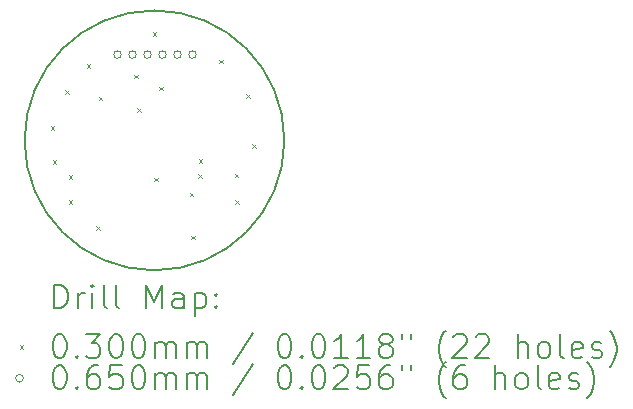
<source format=gbr>
%TF.GenerationSoftware,KiCad,Pcbnew,8.0.1*%
%TF.CreationDate,2024-09-25T11:56:57+02:00*%
%TF.ProjectId,dot_projector,646f745f-7072-46f6-9a65-63746f722e6b,rev?*%
%TF.SameCoordinates,Original*%
%TF.FileFunction,Drillmap*%
%TF.FilePolarity,Positive*%
%FSLAX45Y45*%
G04 Gerber Fmt 4.5, Leading zero omitted, Abs format (unit mm)*
G04 Created by KiCad (PCBNEW 8.0.1) date 2024-09-25 11:56:57*
%MOMM*%
%LPD*%
G01*
G04 APERTURE LIST*
%ADD10C,0.200000*%
%ADD11C,0.100000*%
G04 APERTURE END LIST*
D10*
X14517000Y-6196000D02*
G75*
G02*
X12317000Y-6196000I-1100000J0D01*
G01*
X12317000Y-6196000D02*
G75*
G02*
X14517000Y-6196000I1100000J0D01*
G01*
D11*
X12537000Y-6076000D02*
X12567000Y-6106000D01*
X12567000Y-6076000D02*
X12537000Y-6106000D01*
X12555000Y-6364000D02*
X12585000Y-6394000D01*
X12585000Y-6364000D02*
X12555000Y-6394000D01*
X12660000Y-5773000D02*
X12690000Y-5803000D01*
X12690000Y-5773000D02*
X12660000Y-5803000D01*
X12692000Y-6493000D02*
X12722000Y-6523000D01*
X12722000Y-6493000D02*
X12692000Y-6523000D01*
X12692000Y-6704000D02*
X12722000Y-6734000D01*
X12722000Y-6704000D02*
X12692000Y-6734000D01*
X12844000Y-5553000D02*
X12874000Y-5583000D01*
X12874000Y-5553000D02*
X12844000Y-5583000D01*
X12922000Y-6924000D02*
X12952000Y-6954000D01*
X12952000Y-6924000D02*
X12922000Y-6954000D01*
X12944000Y-5828000D02*
X12974000Y-5858000D01*
X12974000Y-5828000D02*
X12944000Y-5858000D01*
X13247000Y-5640000D02*
X13277000Y-5670000D01*
X13277000Y-5640000D02*
X13247000Y-5670000D01*
X13270000Y-5924000D02*
X13300000Y-5954000D01*
X13300000Y-5924000D02*
X13270000Y-5954000D01*
X13403000Y-5278000D02*
X13433000Y-5308000D01*
X13433000Y-5278000D02*
X13403000Y-5308000D01*
X13417000Y-6511000D02*
X13447000Y-6541000D01*
X13447000Y-6511000D02*
X13417000Y-6541000D01*
X13458000Y-5741000D02*
X13488000Y-5771000D01*
X13488000Y-5741000D02*
X13458000Y-5771000D01*
X13714000Y-6639000D02*
X13744000Y-6669000D01*
X13744000Y-6639000D02*
X13714000Y-6669000D01*
X13728000Y-7002000D02*
X13758000Y-7032000D01*
X13758000Y-7002000D02*
X13728000Y-7032000D01*
X13790000Y-6482000D02*
X13820000Y-6512000D01*
X13820000Y-6482000D02*
X13790000Y-6512000D01*
X13792000Y-6356000D02*
X13822000Y-6386000D01*
X13822000Y-6356000D02*
X13792000Y-6386000D01*
X13967000Y-5512000D02*
X13997000Y-5542000D01*
X13997000Y-5512000D02*
X13967000Y-5542000D01*
X14095000Y-6479000D02*
X14125000Y-6509000D01*
X14125000Y-6479000D02*
X14095000Y-6509000D01*
X14099000Y-6704000D02*
X14129000Y-6734000D01*
X14129000Y-6704000D02*
X14099000Y-6734000D01*
X14196000Y-5805000D02*
X14226000Y-5835000D01*
X14226000Y-5805000D02*
X14196000Y-5835000D01*
X14246000Y-6227000D02*
X14276000Y-6257000D01*
X14276000Y-6227000D02*
X14246000Y-6257000D01*
X13136500Y-5469000D02*
G75*
G02*
X13071500Y-5469000I-32500J0D01*
G01*
X13071500Y-5469000D02*
G75*
G02*
X13136500Y-5469000I32500J0D01*
G01*
X13263500Y-5469000D02*
G75*
G02*
X13198500Y-5469000I-32500J0D01*
G01*
X13198500Y-5469000D02*
G75*
G02*
X13263500Y-5469000I32500J0D01*
G01*
X13390500Y-5469000D02*
G75*
G02*
X13325500Y-5469000I-32500J0D01*
G01*
X13325500Y-5469000D02*
G75*
G02*
X13390500Y-5469000I32500J0D01*
G01*
X13517500Y-5469000D02*
G75*
G02*
X13452500Y-5469000I-32500J0D01*
G01*
X13452500Y-5469000D02*
G75*
G02*
X13517500Y-5469000I32500J0D01*
G01*
X13644500Y-5469000D02*
G75*
G02*
X13579500Y-5469000I-32500J0D01*
G01*
X13579500Y-5469000D02*
G75*
G02*
X13644500Y-5469000I32500J0D01*
G01*
X13771500Y-5469000D02*
G75*
G02*
X13706500Y-5469000I-32500J0D01*
G01*
X13706500Y-5469000D02*
G75*
G02*
X13771500Y-5469000I32500J0D01*
G01*
D10*
X12567777Y-7617484D02*
X12567777Y-7417484D01*
X12567777Y-7417484D02*
X12615396Y-7417484D01*
X12615396Y-7417484D02*
X12643967Y-7427008D01*
X12643967Y-7427008D02*
X12663015Y-7446055D01*
X12663015Y-7446055D02*
X12672539Y-7465103D01*
X12672539Y-7465103D02*
X12682062Y-7503198D01*
X12682062Y-7503198D02*
X12682062Y-7531769D01*
X12682062Y-7531769D02*
X12672539Y-7569865D01*
X12672539Y-7569865D02*
X12663015Y-7588912D01*
X12663015Y-7588912D02*
X12643967Y-7607960D01*
X12643967Y-7607960D02*
X12615396Y-7617484D01*
X12615396Y-7617484D02*
X12567777Y-7617484D01*
X12767777Y-7617484D02*
X12767777Y-7484150D01*
X12767777Y-7522246D02*
X12777301Y-7503198D01*
X12777301Y-7503198D02*
X12786824Y-7493674D01*
X12786824Y-7493674D02*
X12805872Y-7484150D01*
X12805872Y-7484150D02*
X12824920Y-7484150D01*
X12891586Y-7617484D02*
X12891586Y-7484150D01*
X12891586Y-7417484D02*
X12882062Y-7427008D01*
X12882062Y-7427008D02*
X12891586Y-7436531D01*
X12891586Y-7436531D02*
X12901110Y-7427008D01*
X12901110Y-7427008D02*
X12891586Y-7417484D01*
X12891586Y-7417484D02*
X12891586Y-7436531D01*
X13015396Y-7617484D02*
X12996348Y-7607960D01*
X12996348Y-7607960D02*
X12986824Y-7588912D01*
X12986824Y-7588912D02*
X12986824Y-7417484D01*
X13120158Y-7617484D02*
X13101110Y-7607960D01*
X13101110Y-7607960D02*
X13091586Y-7588912D01*
X13091586Y-7588912D02*
X13091586Y-7417484D01*
X13348729Y-7617484D02*
X13348729Y-7417484D01*
X13348729Y-7417484D02*
X13415396Y-7560341D01*
X13415396Y-7560341D02*
X13482062Y-7417484D01*
X13482062Y-7417484D02*
X13482062Y-7617484D01*
X13663015Y-7617484D02*
X13663015Y-7512722D01*
X13663015Y-7512722D02*
X13653491Y-7493674D01*
X13653491Y-7493674D02*
X13634443Y-7484150D01*
X13634443Y-7484150D02*
X13596348Y-7484150D01*
X13596348Y-7484150D02*
X13577301Y-7493674D01*
X13663015Y-7607960D02*
X13643967Y-7617484D01*
X13643967Y-7617484D02*
X13596348Y-7617484D01*
X13596348Y-7617484D02*
X13577301Y-7607960D01*
X13577301Y-7607960D02*
X13567777Y-7588912D01*
X13567777Y-7588912D02*
X13567777Y-7569865D01*
X13567777Y-7569865D02*
X13577301Y-7550817D01*
X13577301Y-7550817D02*
X13596348Y-7541293D01*
X13596348Y-7541293D02*
X13643967Y-7541293D01*
X13643967Y-7541293D02*
X13663015Y-7531769D01*
X13758253Y-7484150D02*
X13758253Y-7684150D01*
X13758253Y-7493674D02*
X13777301Y-7484150D01*
X13777301Y-7484150D02*
X13815396Y-7484150D01*
X13815396Y-7484150D02*
X13834443Y-7493674D01*
X13834443Y-7493674D02*
X13843967Y-7503198D01*
X13843967Y-7503198D02*
X13853491Y-7522246D01*
X13853491Y-7522246D02*
X13853491Y-7579388D01*
X13853491Y-7579388D02*
X13843967Y-7598436D01*
X13843967Y-7598436D02*
X13834443Y-7607960D01*
X13834443Y-7607960D02*
X13815396Y-7617484D01*
X13815396Y-7617484D02*
X13777301Y-7617484D01*
X13777301Y-7617484D02*
X13758253Y-7607960D01*
X13939205Y-7598436D02*
X13948729Y-7607960D01*
X13948729Y-7607960D02*
X13939205Y-7617484D01*
X13939205Y-7617484D02*
X13929682Y-7607960D01*
X13929682Y-7607960D02*
X13939205Y-7598436D01*
X13939205Y-7598436D02*
X13939205Y-7617484D01*
X13939205Y-7493674D02*
X13948729Y-7503198D01*
X13948729Y-7503198D02*
X13939205Y-7512722D01*
X13939205Y-7512722D02*
X13929682Y-7503198D01*
X13929682Y-7503198D02*
X13939205Y-7493674D01*
X13939205Y-7493674D02*
X13939205Y-7512722D01*
D11*
X12277000Y-7931000D02*
X12307000Y-7961000D01*
X12307000Y-7931000D02*
X12277000Y-7961000D01*
D10*
X12605872Y-7837484D02*
X12624920Y-7837484D01*
X12624920Y-7837484D02*
X12643967Y-7847008D01*
X12643967Y-7847008D02*
X12653491Y-7856531D01*
X12653491Y-7856531D02*
X12663015Y-7875579D01*
X12663015Y-7875579D02*
X12672539Y-7913674D01*
X12672539Y-7913674D02*
X12672539Y-7961293D01*
X12672539Y-7961293D02*
X12663015Y-7999388D01*
X12663015Y-7999388D02*
X12653491Y-8018436D01*
X12653491Y-8018436D02*
X12643967Y-8027960D01*
X12643967Y-8027960D02*
X12624920Y-8037484D01*
X12624920Y-8037484D02*
X12605872Y-8037484D01*
X12605872Y-8037484D02*
X12586824Y-8027960D01*
X12586824Y-8027960D02*
X12577301Y-8018436D01*
X12577301Y-8018436D02*
X12567777Y-7999388D01*
X12567777Y-7999388D02*
X12558253Y-7961293D01*
X12558253Y-7961293D02*
X12558253Y-7913674D01*
X12558253Y-7913674D02*
X12567777Y-7875579D01*
X12567777Y-7875579D02*
X12577301Y-7856531D01*
X12577301Y-7856531D02*
X12586824Y-7847008D01*
X12586824Y-7847008D02*
X12605872Y-7837484D01*
X12758253Y-8018436D02*
X12767777Y-8027960D01*
X12767777Y-8027960D02*
X12758253Y-8037484D01*
X12758253Y-8037484D02*
X12748729Y-8027960D01*
X12748729Y-8027960D02*
X12758253Y-8018436D01*
X12758253Y-8018436D02*
X12758253Y-8037484D01*
X12834443Y-7837484D02*
X12958253Y-7837484D01*
X12958253Y-7837484D02*
X12891586Y-7913674D01*
X12891586Y-7913674D02*
X12920158Y-7913674D01*
X12920158Y-7913674D02*
X12939205Y-7923198D01*
X12939205Y-7923198D02*
X12948729Y-7932722D01*
X12948729Y-7932722D02*
X12958253Y-7951769D01*
X12958253Y-7951769D02*
X12958253Y-7999388D01*
X12958253Y-7999388D02*
X12948729Y-8018436D01*
X12948729Y-8018436D02*
X12939205Y-8027960D01*
X12939205Y-8027960D02*
X12920158Y-8037484D01*
X12920158Y-8037484D02*
X12863015Y-8037484D01*
X12863015Y-8037484D02*
X12843967Y-8027960D01*
X12843967Y-8027960D02*
X12834443Y-8018436D01*
X13082062Y-7837484D02*
X13101110Y-7837484D01*
X13101110Y-7837484D02*
X13120158Y-7847008D01*
X13120158Y-7847008D02*
X13129682Y-7856531D01*
X13129682Y-7856531D02*
X13139205Y-7875579D01*
X13139205Y-7875579D02*
X13148729Y-7913674D01*
X13148729Y-7913674D02*
X13148729Y-7961293D01*
X13148729Y-7961293D02*
X13139205Y-7999388D01*
X13139205Y-7999388D02*
X13129682Y-8018436D01*
X13129682Y-8018436D02*
X13120158Y-8027960D01*
X13120158Y-8027960D02*
X13101110Y-8037484D01*
X13101110Y-8037484D02*
X13082062Y-8037484D01*
X13082062Y-8037484D02*
X13063015Y-8027960D01*
X13063015Y-8027960D02*
X13053491Y-8018436D01*
X13053491Y-8018436D02*
X13043967Y-7999388D01*
X13043967Y-7999388D02*
X13034443Y-7961293D01*
X13034443Y-7961293D02*
X13034443Y-7913674D01*
X13034443Y-7913674D02*
X13043967Y-7875579D01*
X13043967Y-7875579D02*
X13053491Y-7856531D01*
X13053491Y-7856531D02*
X13063015Y-7847008D01*
X13063015Y-7847008D02*
X13082062Y-7837484D01*
X13272539Y-7837484D02*
X13291586Y-7837484D01*
X13291586Y-7837484D02*
X13310634Y-7847008D01*
X13310634Y-7847008D02*
X13320158Y-7856531D01*
X13320158Y-7856531D02*
X13329682Y-7875579D01*
X13329682Y-7875579D02*
X13339205Y-7913674D01*
X13339205Y-7913674D02*
X13339205Y-7961293D01*
X13339205Y-7961293D02*
X13329682Y-7999388D01*
X13329682Y-7999388D02*
X13320158Y-8018436D01*
X13320158Y-8018436D02*
X13310634Y-8027960D01*
X13310634Y-8027960D02*
X13291586Y-8037484D01*
X13291586Y-8037484D02*
X13272539Y-8037484D01*
X13272539Y-8037484D02*
X13253491Y-8027960D01*
X13253491Y-8027960D02*
X13243967Y-8018436D01*
X13243967Y-8018436D02*
X13234443Y-7999388D01*
X13234443Y-7999388D02*
X13224920Y-7961293D01*
X13224920Y-7961293D02*
X13224920Y-7913674D01*
X13224920Y-7913674D02*
X13234443Y-7875579D01*
X13234443Y-7875579D02*
X13243967Y-7856531D01*
X13243967Y-7856531D02*
X13253491Y-7847008D01*
X13253491Y-7847008D02*
X13272539Y-7837484D01*
X13424920Y-8037484D02*
X13424920Y-7904150D01*
X13424920Y-7923198D02*
X13434443Y-7913674D01*
X13434443Y-7913674D02*
X13453491Y-7904150D01*
X13453491Y-7904150D02*
X13482063Y-7904150D01*
X13482063Y-7904150D02*
X13501110Y-7913674D01*
X13501110Y-7913674D02*
X13510634Y-7932722D01*
X13510634Y-7932722D02*
X13510634Y-8037484D01*
X13510634Y-7932722D02*
X13520158Y-7913674D01*
X13520158Y-7913674D02*
X13539205Y-7904150D01*
X13539205Y-7904150D02*
X13567777Y-7904150D01*
X13567777Y-7904150D02*
X13586824Y-7913674D01*
X13586824Y-7913674D02*
X13596348Y-7932722D01*
X13596348Y-7932722D02*
X13596348Y-8037484D01*
X13691586Y-8037484D02*
X13691586Y-7904150D01*
X13691586Y-7923198D02*
X13701110Y-7913674D01*
X13701110Y-7913674D02*
X13720158Y-7904150D01*
X13720158Y-7904150D02*
X13748729Y-7904150D01*
X13748729Y-7904150D02*
X13767777Y-7913674D01*
X13767777Y-7913674D02*
X13777301Y-7932722D01*
X13777301Y-7932722D02*
X13777301Y-8037484D01*
X13777301Y-7932722D02*
X13786824Y-7913674D01*
X13786824Y-7913674D02*
X13805872Y-7904150D01*
X13805872Y-7904150D02*
X13834443Y-7904150D01*
X13834443Y-7904150D02*
X13853491Y-7913674D01*
X13853491Y-7913674D02*
X13863015Y-7932722D01*
X13863015Y-7932722D02*
X13863015Y-8037484D01*
X14253491Y-7827960D02*
X14082063Y-8085103D01*
X14510634Y-7837484D02*
X14529682Y-7837484D01*
X14529682Y-7837484D02*
X14548729Y-7847008D01*
X14548729Y-7847008D02*
X14558253Y-7856531D01*
X14558253Y-7856531D02*
X14567777Y-7875579D01*
X14567777Y-7875579D02*
X14577301Y-7913674D01*
X14577301Y-7913674D02*
X14577301Y-7961293D01*
X14577301Y-7961293D02*
X14567777Y-7999388D01*
X14567777Y-7999388D02*
X14558253Y-8018436D01*
X14558253Y-8018436D02*
X14548729Y-8027960D01*
X14548729Y-8027960D02*
X14529682Y-8037484D01*
X14529682Y-8037484D02*
X14510634Y-8037484D01*
X14510634Y-8037484D02*
X14491586Y-8027960D01*
X14491586Y-8027960D02*
X14482063Y-8018436D01*
X14482063Y-8018436D02*
X14472539Y-7999388D01*
X14472539Y-7999388D02*
X14463015Y-7961293D01*
X14463015Y-7961293D02*
X14463015Y-7913674D01*
X14463015Y-7913674D02*
X14472539Y-7875579D01*
X14472539Y-7875579D02*
X14482063Y-7856531D01*
X14482063Y-7856531D02*
X14491586Y-7847008D01*
X14491586Y-7847008D02*
X14510634Y-7837484D01*
X14663015Y-8018436D02*
X14672539Y-8027960D01*
X14672539Y-8027960D02*
X14663015Y-8037484D01*
X14663015Y-8037484D02*
X14653491Y-8027960D01*
X14653491Y-8027960D02*
X14663015Y-8018436D01*
X14663015Y-8018436D02*
X14663015Y-8037484D01*
X14796348Y-7837484D02*
X14815396Y-7837484D01*
X14815396Y-7837484D02*
X14834444Y-7847008D01*
X14834444Y-7847008D02*
X14843967Y-7856531D01*
X14843967Y-7856531D02*
X14853491Y-7875579D01*
X14853491Y-7875579D02*
X14863015Y-7913674D01*
X14863015Y-7913674D02*
X14863015Y-7961293D01*
X14863015Y-7961293D02*
X14853491Y-7999388D01*
X14853491Y-7999388D02*
X14843967Y-8018436D01*
X14843967Y-8018436D02*
X14834444Y-8027960D01*
X14834444Y-8027960D02*
X14815396Y-8037484D01*
X14815396Y-8037484D02*
X14796348Y-8037484D01*
X14796348Y-8037484D02*
X14777301Y-8027960D01*
X14777301Y-8027960D02*
X14767777Y-8018436D01*
X14767777Y-8018436D02*
X14758253Y-7999388D01*
X14758253Y-7999388D02*
X14748729Y-7961293D01*
X14748729Y-7961293D02*
X14748729Y-7913674D01*
X14748729Y-7913674D02*
X14758253Y-7875579D01*
X14758253Y-7875579D02*
X14767777Y-7856531D01*
X14767777Y-7856531D02*
X14777301Y-7847008D01*
X14777301Y-7847008D02*
X14796348Y-7837484D01*
X15053491Y-8037484D02*
X14939206Y-8037484D01*
X14996348Y-8037484D02*
X14996348Y-7837484D01*
X14996348Y-7837484D02*
X14977301Y-7866055D01*
X14977301Y-7866055D02*
X14958253Y-7885103D01*
X14958253Y-7885103D02*
X14939206Y-7894627D01*
X15243967Y-8037484D02*
X15129682Y-8037484D01*
X15186825Y-8037484D02*
X15186825Y-7837484D01*
X15186825Y-7837484D02*
X15167777Y-7866055D01*
X15167777Y-7866055D02*
X15148729Y-7885103D01*
X15148729Y-7885103D02*
X15129682Y-7894627D01*
X15358253Y-7923198D02*
X15339206Y-7913674D01*
X15339206Y-7913674D02*
X15329682Y-7904150D01*
X15329682Y-7904150D02*
X15320158Y-7885103D01*
X15320158Y-7885103D02*
X15320158Y-7875579D01*
X15320158Y-7875579D02*
X15329682Y-7856531D01*
X15329682Y-7856531D02*
X15339206Y-7847008D01*
X15339206Y-7847008D02*
X15358253Y-7837484D01*
X15358253Y-7837484D02*
X15396348Y-7837484D01*
X15396348Y-7837484D02*
X15415396Y-7847008D01*
X15415396Y-7847008D02*
X15424920Y-7856531D01*
X15424920Y-7856531D02*
X15434444Y-7875579D01*
X15434444Y-7875579D02*
X15434444Y-7885103D01*
X15434444Y-7885103D02*
X15424920Y-7904150D01*
X15424920Y-7904150D02*
X15415396Y-7913674D01*
X15415396Y-7913674D02*
X15396348Y-7923198D01*
X15396348Y-7923198D02*
X15358253Y-7923198D01*
X15358253Y-7923198D02*
X15339206Y-7932722D01*
X15339206Y-7932722D02*
X15329682Y-7942246D01*
X15329682Y-7942246D02*
X15320158Y-7961293D01*
X15320158Y-7961293D02*
X15320158Y-7999388D01*
X15320158Y-7999388D02*
X15329682Y-8018436D01*
X15329682Y-8018436D02*
X15339206Y-8027960D01*
X15339206Y-8027960D02*
X15358253Y-8037484D01*
X15358253Y-8037484D02*
X15396348Y-8037484D01*
X15396348Y-8037484D02*
X15415396Y-8027960D01*
X15415396Y-8027960D02*
X15424920Y-8018436D01*
X15424920Y-8018436D02*
X15434444Y-7999388D01*
X15434444Y-7999388D02*
X15434444Y-7961293D01*
X15434444Y-7961293D02*
X15424920Y-7942246D01*
X15424920Y-7942246D02*
X15415396Y-7932722D01*
X15415396Y-7932722D02*
X15396348Y-7923198D01*
X15510634Y-7837484D02*
X15510634Y-7875579D01*
X15586825Y-7837484D02*
X15586825Y-7875579D01*
X15882063Y-8113674D02*
X15872539Y-8104150D01*
X15872539Y-8104150D02*
X15853491Y-8075579D01*
X15853491Y-8075579D02*
X15843968Y-8056531D01*
X15843968Y-8056531D02*
X15834444Y-8027960D01*
X15834444Y-8027960D02*
X15824920Y-7980341D01*
X15824920Y-7980341D02*
X15824920Y-7942246D01*
X15824920Y-7942246D02*
X15834444Y-7894627D01*
X15834444Y-7894627D02*
X15843968Y-7866055D01*
X15843968Y-7866055D02*
X15853491Y-7847008D01*
X15853491Y-7847008D02*
X15872539Y-7818436D01*
X15872539Y-7818436D02*
X15882063Y-7808912D01*
X15948729Y-7856531D02*
X15958253Y-7847008D01*
X15958253Y-7847008D02*
X15977301Y-7837484D01*
X15977301Y-7837484D02*
X16024920Y-7837484D01*
X16024920Y-7837484D02*
X16043968Y-7847008D01*
X16043968Y-7847008D02*
X16053491Y-7856531D01*
X16053491Y-7856531D02*
X16063015Y-7875579D01*
X16063015Y-7875579D02*
X16063015Y-7894627D01*
X16063015Y-7894627D02*
X16053491Y-7923198D01*
X16053491Y-7923198D02*
X15939206Y-8037484D01*
X15939206Y-8037484D02*
X16063015Y-8037484D01*
X16139206Y-7856531D02*
X16148729Y-7847008D01*
X16148729Y-7847008D02*
X16167777Y-7837484D01*
X16167777Y-7837484D02*
X16215396Y-7837484D01*
X16215396Y-7837484D02*
X16234444Y-7847008D01*
X16234444Y-7847008D02*
X16243968Y-7856531D01*
X16243968Y-7856531D02*
X16253491Y-7875579D01*
X16253491Y-7875579D02*
X16253491Y-7894627D01*
X16253491Y-7894627D02*
X16243968Y-7923198D01*
X16243968Y-7923198D02*
X16129682Y-8037484D01*
X16129682Y-8037484D02*
X16253491Y-8037484D01*
X16491587Y-8037484D02*
X16491587Y-7837484D01*
X16577301Y-8037484D02*
X16577301Y-7932722D01*
X16577301Y-7932722D02*
X16567777Y-7913674D01*
X16567777Y-7913674D02*
X16548730Y-7904150D01*
X16548730Y-7904150D02*
X16520158Y-7904150D01*
X16520158Y-7904150D02*
X16501110Y-7913674D01*
X16501110Y-7913674D02*
X16491587Y-7923198D01*
X16701110Y-8037484D02*
X16682063Y-8027960D01*
X16682063Y-8027960D02*
X16672539Y-8018436D01*
X16672539Y-8018436D02*
X16663015Y-7999388D01*
X16663015Y-7999388D02*
X16663015Y-7942246D01*
X16663015Y-7942246D02*
X16672539Y-7923198D01*
X16672539Y-7923198D02*
X16682063Y-7913674D01*
X16682063Y-7913674D02*
X16701110Y-7904150D01*
X16701110Y-7904150D02*
X16729682Y-7904150D01*
X16729682Y-7904150D02*
X16748730Y-7913674D01*
X16748730Y-7913674D02*
X16758253Y-7923198D01*
X16758253Y-7923198D02*
X16767777Y-7942246D01*
X16767777Y-7942246D02*
X16767777Y-7999388D01*
X16767777Y-7999388D02*
X16758253Y-8018436D01*
X16758253Y-8018436D02*
X16748730Y-8027960D01*
X16748730Y-8027960D02*
X16729682Y-8037484D01*
X16729682Y-8037484D02*
X16701110Y-8037484D01*
X16882063Y-8037484D02*
X16863015Y-8027960D01*
X16863015Y-8027960D02*
X16853492Y-8008912D01*
X16853492Y-8008912D02*
X16853492Y-7837484D01*
X17034444Y-8027960D02*
X17015396Y-8037484D01*
X17015396Y-8037484D02*
X16977301Y-8037484D01*
X16977301Y-8037484D02*
X16958253Y-8027960D01*
X16958253Y-8027960D02*
X16948730Y-8008912D01*
X16948730Y-8008912D02*
X16948730Y-7932722D01*
X16948730Y-7932722D02*
X16958253Y-7913674D01*
X16958253Y-7913674D02*
X16977301Y-7904150D01*
X16977301Y-7904150D02*
X17015396Y-7904150D01*
X17015396Y-7904150D02*
X17034444Y-7913674D01*
X17034444Y-7913674D02*
X17043968Y-7932722D01*
X17043968Y-7932722D02*
X17043968Y-7951769D01*
X17043968Y-7951769D02*
X16948730Y-7970817D01*
X17120158Y-8027960D02*
X17139206Y-8037484D01*
X17139206Y-8037484D02*
X17177301Y-8037484D01*
X17177301Y-8037484D02*
X17196349Y-8027960D01*
X17196349Y-8027960D02*
X17205873Y-8008912D01*
X17205873Y-8008912D02*
X17205873Y-7999388D01*
X17205873Y-7999388D02*
X17196349Y-7980341D01*
X17196349Y-7980341D02*
X17177301Y-7970817D01*
X17177301Y-7970817D02*
X17148730Y-7970817D01*
X17148730Y-7970817D02*
X17129682Y-7961293D01*
X17129682Y-7961293D02*
X17120158Y-7942246D01*
X17120158Y-7942246D02*
X17120158Y-7932722D01*
X17120158Y-7932722D02*
X17129682Y-7913674D01*
X17129682Y-7913674D02*
X17148730Y-7904150D01*
X17148730Y-7904150D02*
X17177301Y-7904150D01*
X17177301Y-7904150D02*
X17196349Y-7913674D01*
X17272539Y-8113674D02*
X17282063Y-8104150D01*
X17282063Y-8104150D02*
X17301111Y-8075579D01*
X17301111Y-8075579D02*
X17310634Y-8056531D01*
X17310634Y-8056531D02*
X17320158Y-8027960D01*
X17320158Y-8027960D02*
X17329682Y-7980341D01*
X17329682Y-7980341D02*
X17329682Y-7942246D01*
X17329682Y-7942246D02*
X17320158Y-7894627D01*
X17320158Y-7894627D02*
X17310634Y-7866055D01*
X17310634Y-7866055D02*
X17301111Y-7847008D01*
X17301111Y-7847008D02*
X17282063Y-7818436D01*
X17282063Y-7818436D02*
X17272539Y-7808912D01*
D11*
X12307000Y-8210000D02*
G75*
G02*
X12242000Y-8210000I-32500J0D01*
G01*
X12242000Y-8210000D02*
G75*
G02*
X12307000Y-8210000I32500J0D01*
G01*
D10*
X12605872Y-8101484D02*
X12624920Y-8101484D01*
X12624920Y-8101484D02*
X12643967Y-8111008D01*
X12643967Y-8111008D02*
X12653491Y-8120531D01*
X12653491Y-8120531D02*
X12663015Y-8139579D01*
X12663015Y-8139579D02*
X12672539Y-8177674D01*
X12672539Y-8177674D02*
X12672539Y-8225293D01*
X12672539Y-8225293D02*
X12663015Y-8263388D01*
X12663015Y-8263388D02*
X12653491Y-8282436D01*
X12653491Y-8282436D02*
X12643967Y-8291960D01*
X12643967Y-8291960D02*
X12624920Y-8301484D01*
X12624920Y-8301484D02*
X12605872Y-8301484D01*
X12605872Y-8301484D02*
X12586824Y-8291960D01*
X12586824Y-8291960D02*
X12577301Y-8282436D01*
X12577301Y-8282436D02*
X12567777Y-8263388D01*
X12567777Y-8263388D02*
X12558253Y-8225293D01*
X12558253Y-8225293D02*
X12558253Y-8177674D01*
X12558253Y-8177674D02*
X12567777Y-8139579D01*
X12567777Y-8139579D02*
X12577301Y-8120531D01*
X12577301Y-8120531D02*
X12586824Y-8111008D01*
X12586824Y-8111008D02*
X12605872Y-8101484D01*
X12758253Y-8282436D02*
X12767777Y-8291960D01*
X12767777Y-8291960D02*
X12758253Y-8301484D01*
X12758253Y-8301484D02*
X12748729Y-8291960D01*
X12748729Y-8291960D02*
X12758253Y-8282436D01*
X12758253Y-8282436D02*
X12758253Y-8301484D01*
X12939205Y-8101484D02*
X12901110Y-8101484D01*
X12901110Y-8101484D02*
X12882062Y-8111008D01*
X12882062Y-8111008D02*
X12872539Y-8120531D01*
X12872539Y-8120531D02*
X12853491Y-8149103D01*
X12853491Y-8149103D02*
X12843967Y-8187198D01*
X12843967Y-8187198D02*
X12843967Y-8263388D01*
X12843967Y-8263388D02*
X12853491Y-8282436D01*
X12853491Y-8282436D02*
X12863015Y-8291960D01*
X12863015Y-8291960D02*
X12882062Y-8301484D01*
X12882062Y-8301484D02*
X12920158Y-8301484D01*
X12920158Y-8301484D02*
X12939205Y-8291960D01*
X12939205Y-8291960D02*
X12948729Y-8282436D01*
X12948729Y-8282436D02*
X12958253Y-8263388D01*
X12958253Y-8263388D02*
X12958253Y-8215769D01*
X12958253Y-8215769D02*
X12948729Y-8196722D01*
X12948729Y-8196722D02*
X12939205Y-8187198D01*
X12939205Y-8187198D02*
X12920158Y-8177674D01*
X12920158Y-8177674D02*
X12882062Y-8177674D01*
X12882062Y-8177674D02*
X12863015Y-8187198D01*
X12863015Y-8187198D02*
X12853491Y-8196722D01*
X12853491Y-8196722D02*
X12843967Y-8215769D01*
X13139205Y-8101484D02*
X13043967Y-8101484D01*
X13043967Y-8101484D02*
X13034443Y-8196722D01*
X13034443Y-8196722D02*
X13043967Y-8187198D01*
X13043967Y-8187198D02*
X13063015Y-8177674D01*
X13063015Y-8177674D02*
X13110634Y-8177674D01*
X13110634Y-8177674D02*
X13129682Y-8187198D01*
X13129682Y-8187198D02*
X13139205Y-8196722D01*
X13139205Y-8196722D02*
X13148729Y-8215769D01*
X13148729Y-8215769D02*
X13148729Y-8263388D01*
X13148729Y-8263388D02*
X13139205Y-8282436D01*
X13139205Y-8282436D02*
X13129682Y-8291960D01*
X13129682Y-8291960D02*
X13110634Y-8301484D01*
X13110634Y-8301484D02*
X13063015Y-8301484D01*
X13063015Y-8301484D02*
X13043967Y-8291960D01*
X13043967Y-8291960D02*
X13034443Y-8282436D01*
X13272539Y-8101484D02*
X13291586Y-8101484D01*
X13291586Y-8101484D02*
X13310634Y-8111008D01*
X13310634Y-8111008D02*
X13320158Y-8120531D01*
X13320158Y-8120531D02*
X13329682Y-8139579D01*
X13329682Y-8139579D02*
X13339205Y-8177674D01*
X13339205Y-8177674D02*
X13339205Y-8225293D01*
X13339205Y-8225293D02*
X13329682Y-8263388D01*
X13329682Y-8263388D02*
X13320158Y-8282436D01*
X13320158Y-8282436D02*
X13310634Y-8291960D01*
X13310634Y-8291960D02*
X13291586Y-8301484D01*
X13291586Y-8301484D02*
X13272539Y-8301484D01*
X13272539Y-8301484D02*
X13253491Y-8291960D01*
X13253491Y-8291960D02*
X13243967Y-8282436D01*
X13243967Y-8282436D02*
X13234443Y-8263388D01*
X13234443Y-8263388D02*
X13224920Y-8225293D01*
X13224920Y-8225293D02*
X13224920Y-8177674D01*
X13224920Y-8177674D02*
X13234443Y-8139579D01*
X13234443Y-8139579D02*
X13243967Y-8120531D01*
X13243967Y-8120531D02*
X13253491Y-8111008D01*
X13253491Y-8111008D02*
X13272539Y-8101484D01*
X13424920Y-8301484D02*
X13424920Y-8168150D01*
X13424920Y-8187198D02*
X13434443Y-8177674D01*
X13434443Y-8177674D02*
X13453491Y-8168150D01*
X13453491Y-8168150D02*
X13482063Y-8168150D01*
X13482063Y-8168150D02*
X13501110Y-8177674D01*
X13501110Y-8177674D02*
X13510634Y-8196722D01*
X13510634Y-8196722D02*
X13510634Y-8301484D01*
X13510634Y-8196722D02*
X13520158Y-8177674D01*
X13520158Y-8177674D02*
X13539205Y-8168150D01*
X13539205Y-8168150D02*
X13567777Y-8168150D01*
X13567777Y-8168150D02*
X13586824Y-8177674D01*
X13586824Y-8177674D02*
X13596348Y-8196722D01*
X13596348Y-8196722D02*
X13596348Y-8301484D01*
X13691586Y-8301484D02*
X13691586Y-8168150D01*
X13691586Y-8187198D02*
X13701110Y-8177674D01*
X13701110Y-8177674D02*
X13720158Y-8168150D01*
X13720158Y-8168150D02*
X13748729Y-8168150D01*
X13748729Y-8168150D02*
X13767777Y-8177674D01*
X13767777Y-8177674D02*
X13777301Y-8196722D01*
X13777301Y-8196722D02*
X13777301Y-8301484D01*
X13777301Y-8196722D02*
X13786824Y-8177674D01*
X13786824Y-8177674D02*
X13805872Y-8168150D01*
X13805872Y-8168150D02*
X13834443Y-8168150D01*
X13834443Y-8168150D02*
X13853491Y-8177674D01*
X13853491Y-8177674D02*
X13863015Y-8196722D01*
X13863015Y-8196722D02*
X13863015Y-8301484D01*
X14253491Y-8091960D02*
X14082063Y-8349103D01*
X14510634Y-8101484D02*
X14529682Y-8101484D01*
X14529682Y-8101484D02*
X14548729Y-8111008D01*
X14548729Y-8111008D02*
X14558253Y-8120531D01*
X14558253Y-8120531D02*
X14567777Y-8139579D01*
X14567777Y-8139579D02*
X14577301Y-8177674D01*
X14577301Y-8177674D02*
X14577301Y-8225293D01*
X14577301Y-8225293D02*
X14567777Y-8263388D01*
X14567777Y-8263388D02*
X14558253Y-8282436D01*
X14558253Y-8282436D02*
X14548729Y-8291960D01*
X14548729Y-8291960D02*
X14529682Y-8301484D01*
X14529682Y-8301484D02*
X14510634Y-8301484D01*
X14510634Y-8301484D02*
X14491586Y-8291960D01*
X14491586Y-8291960D02*
X14482063Y-8282436D01*
X14482063Y-8282436D02*
X14472539Y-8263388D01*
X14472539Y-8263388D02*
X14463015Y-8225293D01*
X14463015Y-8225293D02*
X14463015Y-8177674D01*
X14463015Y-8177674D02*
X14472539Y-8139579D01*
X14472539Y-8139579D02*
X14482063Y-8120531D01*
X14482063Y-8120531D02*
X14491586Y-8111008D01*
X14491586Y-8111008D02*
X14510634Y-8101484D01*
X14663015Y-8282436D02*
X14672539Y-8291960D01*
X14672539Y-8291960D02*
X14663015Y-8301484D01*
X14663015Y-8301484D02*
X14653491Y-8291960D01*
X14653491Y-8291960D02*
X14663015Y-8282436D01*
X14663015Y-8282436D02*
X14663015Y-8301484D01*
X14796348Y-8101484D02*
X14815396Y-8101484D01*
X14815396Y-8101484D02*
X14834444Y-8111008D01*
X14834444Y-8111008D02*
X14843967Y-8120531D01*
X14843967Y-8120531D02*
X14853491Y-8139579D01*
X14853491Y-8139579D02*
X14863015Y-8177674D01*
X14863015Y-8177674D02*
X14863015Y-8225293D01*
X14863015Y-8225293D02*
X14853491Y-8263388D01*
X14853491Y-8263388D02*
X14843967Y-8282436D01*
X14843967Y-8282436D02*
X14834444Y-8291960D01*
X14834444Y-8291960D02*
X14815396Y-8301484D01*
X14815396Y-8301484D02*
X14796348Y-8301484D01*
X14796348Y-8301484D02*
X14777301Y-8291960D01*
X14777301Y-8291960D02*
X14767777Y-8282436D01*
X14767777Y-8282436D02*
X14758253Y-8263388D01*
X14758253Y-8263388D02*
X14748729Y-8225293D01*
X14748729Y-8225293D02*
X14748729Y-8177674D01*
X14748729Y-8177674D02*
X14758253Y-8139579D01*
X14758253Y-8139579D02*
X14767777Y-8120531D01*
X14767777Y-8120531D02*
X14777301Y-8111008D01*
X14777301Y-8111008D02*
X14796348Y-8101484D01*
X14939206Y-8120531D02*
X14948729Y-8111008D01*
X14948729Y-8111008D02*
X14967777Y-8101484D01*
X14967777Y-8101484D02*
X15015396Y-8101484D01*
X15015396Y-8101484D02*
X15034444Y-8111008D01*
X15034444Y-8111008D02*
X15043967Y-8120531D01*
X15043967Y-8120531D02*
X15053491Y-8139579D01*
X15053491Y-8139579D02*
X15053491Y-8158627D01*
X15053491Y-8158627D02*
X15043967Y-8187198D01*
X15043967Y-8187198D02*
X14929682Y-8301484D01*
X14929682Y-8301484D02*
X15053491Y-8301484D01*
X15234444Y-8101484D02*
X15139206Y-8101484D01*
X15139206Y-8101484D02*
X15129682Y-8196722D01*
X15129682Y-8196722D02*
X15139206Y-8187198D01*
X15139206Y-8187198D02*
X15158253Y-8177674D01*
X15158253Y-8177674D02*
X15205872Y-8177674D01*
X15205872Y-8177674D02*
X15224920Y-8187198D01*
X15224920Y-8187198D02*
X15234444Y-8196722D01*
X15234444Y-8196722D02*
X15243967Y-8215769D01*
X15243967Y-8215769D02*
X15243967Y-8263388D01*
X15243967Y-8263388D02*
X15234444Y-8282436D01*
X15234444Y-8282436D02*
X15224920Y-8291960D01*
X15224920Y-8291960D02*
X15205872Y-8301484D01*
X15205872Y-8301484D02*
X15158253Y-8301484D01*
X15158253Y-8301484D02*
X15139206Y-8291960D01*
X15139206Y-8291960D02*
X15129682Y-8282436D01*
X15415396Y-8101484D02*
X15377301Y-8101484D01*
X15377301Y-8101484D02*
X15358253Y-8111008D01*
X15358253Y-8111008D02*
X15348729Y-8120531D01*
X15348729Y-8120531D02*
X15329682Y-8149103D01*
X15329682Y-8149103D02*
X15320158Y-8187198D01*
X15320158Y-8187198D02*
X15320158Y-8263388D01*
X15320158Y-8263388D02*
X15329682Y-8282436D01*
X15329682Y-8282436D02*
X15339206Y-8291960D01*
X15339206Y-8291960D02*
X15358253Y-8301484D01*
X15358253Y-8301484D02*
X15396348Y-8301484D01*
X15396348Y-8301484D02*
X15415396Y-8291960D01*
X15415396Y-8291960D02*
X15424920Y-8282436D01*
X15424920Y-8282436D02*
X15434444Y-8263388D01*
X15434444Y-8263388D02*
X15434444Y-8215769D01*
X15434444Y-8215769D02*
X15424920Y-8196722D01*
X15424920Y-8196722D02*
X15415396Y-8187198D01*
X15415396Y-8187198D02*
X15396348Y-8177674D01*
X15396348Y-8177674D02*
X15358253Y-8177674D01*
X15358253Y-8177674D02*
X15339206Y-8187198D01*
X15339206Y-8187198D02*
X15329682Y-8196722D01*
X15329682Y-8196722D02*
X15320158Y-8215769D01*
X15510634Y-8101484D02*
X15510634Y-8139579D01*
X15586825Y-8101484D02*
X15586825Y-8139579D01*
X15882063Y-8377674D02*
X15872539Y-8368150D01*
X15872539Y-8368150D02*
X15853491Y-8339579D01*
X15853491Y-8339579D02*
X15843968Y-8320531D01*
X15843968Y-8320531D02*
X15834444Y-8291960D01*
X15834444Y-8291960D02*
X15824920Y-8244341D01*
X15824920Y-8244341D02*
X15824920Y-8206246D01*
X15824920Y-8206246D02*
X15834444Y-8158627D01*
X15834444Y-8158627D02*
X15843968Y-8130055D01*
X15843968Y-8130055D02*
X15853491Y-8111008D01*
X15853491Y-8111008D02*
X15872539Y-8082436D01*
X15872539Y-8082436D02*
X15882063Y-8072912D01*
X16043968Y-8101484D02*
X16005872Y-8101484D01*
X16005872Y-8101484D02*
X15986825Y-8111008D01*
X15986825Y-8111008D02*
X15977301Y-8120531D01*
X15977301Y-8120531D02*
X15958253Y-8149103D01*
X15958253Y-8149103D02*
X15948729Y-8187198D01*
X15948729Y-8187198D02*
X15948729Y-8263388D01*
X15948729Y-8263388D02*
X15958253Y-8282436D01*
X15958253Y-8282436D02*
X15967777Y-8291960D01*
X15967777Y-8291960D02*
X15986825Y-8301484D01*
X15986825Y-8301484D02*
X16024920Y-8301484D01*
X16024920Y-8301484D02*
X16043968Y-8291960D01*
X16043968Y-8291960D02*
X16053491Y-8282436D01*
X16053491Y-8282436D02*
X16063015Y-8263388D01*
X16063015Y-8263388D02*
X16063015Y-8215769D01*
X16063015Y-8215769D02*
X16053491Y-8196722D01*
X16053491Y-8196722D02*
X16043968Y-8187198D01*
X16043968Y-8187198D02*
X16024920Y-8177674D01*
X16024920Y-8177674D02*
X15986825Y-8177674D01*
X15986825Y-8177674D02*
X15967777Y-8187198D01*
X15967777Y-8187198D02*
X15958253Y-8196722D01*
X15958253Y-8196722D02*
X15948729Y-8215769D01*
X16301110Y-8301484D02*
X16301110Y-8101484D01*
X16386825Y-8301484D02*
X16386825Y-8196722D01*
X16386825Y-8196722D02*
X16377301Y-8177674D01*
X16377301Y-8177674D02*
X16358253Y-8168150D01*
X16358253Y-8168150D02*
X16329682Y-8168150D01*
X16329682Y-8168150D02*
X16310634Y-8177674D01*
X16310634Y-8177674D02*
X16301110Y-8187198D01*
X16510634Y-8301484D02*
X16491587Y-8291960D01*
X16491587Y-8291960D02*
X16482063Y-8282436D01*
X16482063Y-8282436D02*
X16472539Y-8263388D01*
X16472539Y-8263388D02*
X16472539Y-8206246D01*
X16472539Y-8206246D02*
X16482063Y-8187198D01*
X16482063Y-8187198D02*
X16491587Y-8177674D01*
X16491587Y-8177674D02*
X16510634Y-8168150D01*
X16510634Y-8168150D02*
X16539206Y-8168150D01*
X16539206Y-8168150D02*
X16558253Y-8177674D01*
X16558253Y-8177674D02*
X16567777Y-8187198D01*
X16567777Y-8187198D02*
X16577301Y-8206246D01*
X16577301Y-8206246D02*
X16577301Y-8263388D01*
X16577301Y-8263388D02*
X16567777Y-8282436D01*
X16567777Y-8282436D02*
X16558253Y-8291960D01*
X16558253Y-8291960D02*
X16539206Y-8301484D01*
X16539206Y-8301484D02*
X16510634Y-8301484D01*
X16691587Y-8301484D02*
X16672539Y-8291960D01*
X16672539Y-8291960D02*
X16663015Y-8272912D01*
X16663015Y-8272912D02*
X16663015Y-8101484D01*
X16843968Y-8291960D02*
X16824920Y-8301484D01*
X16824920Y-8301484D02*
X16786825Y-8301484D01*
X16786825Y-8301484D02*
X16767777Y-8291960D01*
X16767777Y-8291960D02*
X16758253Y-8272912D01*
X16758253Y-8272912D02*
X16758253Y-8196722D01*
X16758253Y-8196722D02*
X16767777Y-8177674D01*
X16767777Y-8177674D02*
X16786825Y-8168150D01*
X16786825Y-8168150D02*
X16824920Y-8168150D01*
X16824920Y-8168150D02*
X16843968Y-8177674D01*
X16843968Y-8177674D02*
X16853492Y-8196722D01*
X16853492Y-8196722D02*
X16853492Y-8215769D01*
X16853492Y-8215769D02*
X16758253Y-8234817D01*
X16929682Y-8291960D02*
X16948730Y-8301484D01*
X16948730Y-8301484D02*
X16986825Y-8301484D01*
X16986825Y-8301484D02*
X17005873Y-8291960D01*
X17005873Y-8291960D02*
X17015396Y-8272912D01*
X17015396Y-8272912D02*
X17015396Y-8263388D01*
X17015396Y-8263388D02*
X17005873Y-8244341D01*
X17005873Y-8244341D02*
X16986825Y-8234817D01*
X16986825Y-8234817D02*
X16958253Y-8234817D01*
X16958253Y-8234817D02*
X16939206Y-8225293D01*
X16939206Y-8225293D02*
X16929682Y-8206246D01*
X16929682Y-8206246D02*
X16929682Y-8196722D01*
X16929682Y-8196722D02*
X16939206Y-8177674D01*
X16939206Y-8177674D02*
X16958253Y-8168150D01*
X16958253Y-8168150D02*
X16986825Y-8168150D01*
X16986825Y-8168150D02*
X17005873Y-8177674D01*
X17082063Y-8377674D02*
X17091587Y-8368150D01*
X17091587Y-8368150D02*
X17110634Y-8339579D01*
X17110634Y-8339579D02*
X17120158Y-8320531D01*
X17120158Y-8320531D02*
X17129682Y-8291960D01*
X17129682Y-8291960D02*
X17139206Y-8244341D01*
X17139206Y-8244341D02*
X17139206Y-8206246D01*
X17139206Y-8206246D02*
X17129682Y-8158627D01*
X17129682Y-8158627D02*
X17120158Y-8130055D01*
X17120158Y-8130055D02*
X17110634Y-8111008D01*
X17110634Y-8111008D02*
X17091587Y-8082436D01*
X17091587Y-8082436D02*
X17082063Y-8072912D01*
M02*

</source>
